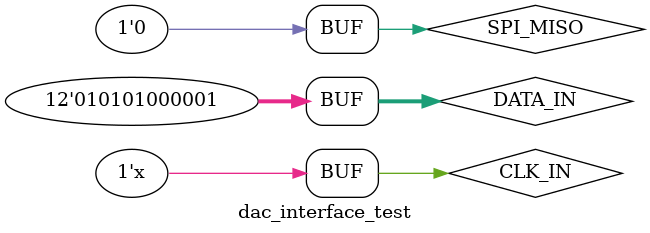
<source format=v>
`timescale 1ns / 1ps


module dac_interface_test;

	// Inputs
	reg CLK_IN = 0;;
	reg [11:0] DATA_IN;
	reg SPI_MISO;

	// Outputs
	wire SPI_MOSI;
	wire SPI_SCK;
	wire DAC_CS;
	wire DAC_CLR;

	// Instantiate the Unit Under Test (UUT)
	dac_interface uut (
		.CLK_IN(CLK_IN), 
		.DATA_IN(DATA_IN), 
		.SPI_MISO(SPI_MISO), 
		.SPI_MOSI(SPI_MOSI), 
		.SPI_SCK(SPI_SCK), 
		.DAC_CS(DAC_CS), 
		.DAC_CLR(DAC_CLR)
	);

    always begin
        #10        
        CLK_IN = ~CLK_IN;
    end

	initial begin
		// Initialize Inputs
		DATA_IN = 0;
		SPI_MISO = 0;

		// Wait 100 ns for global reset to finish
		#1000;
        
		// Add stimulus here
        DATA_IN = 11'b10101000001;
        
        #4000;
	end
      
endmodule


</source>
